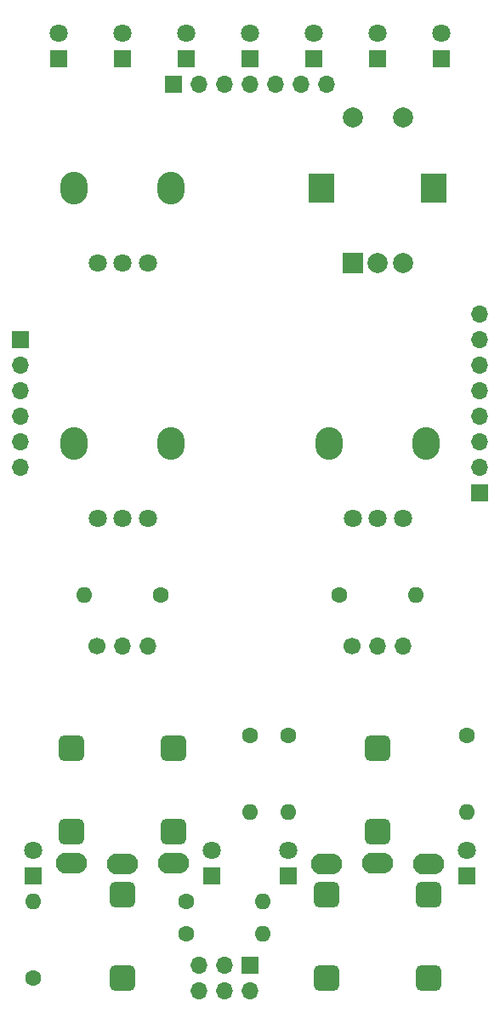
<source format=gbr>
%TF.GenerationSoftware,KiCad,Pcbnew,7.0.2*%
%TF.CreationDate,2023-04-23T21:02:48-07:00*%
%TF.ProjectId,rng_pcb_front,726e675f-7063-4625-9f66-726f6e742e6b,v2.0*%
%TF.SameCoordinates,Original*%
%TF.FileFunction,Soldermask,Top*%
%TF.FilePolarity,Negative*%
%FSLAX46Y46*%
G04 Gerber Fmt 4.6, Leading zero omitted, Abs format (unit mm)*
G04 Created by KiCad (PCBNEW 7.0.2) date 2023-04-23 21:02:48*
%MOMM*%
%LPD*%
G01*
G04 APERTURE LIST*
G04 Aperture macros list*
%AMRoundRect*
0 Rectangle with rounded corners*
0 $1 Rounding radius*
0 $2 $3 $4 $5 $6 $7 $8 $9 X,Y pos of 4 corners*
0 Add a 4 corners polygon primitive as box body*
4,1,4,$2,$3,$4,$5,$6,$7,$8,$9,$2,$3,0*
0 Add four circle primitives for the rounded corners*
1,1,$1+$1,$2,$3*
1,1,$1+$1,$4,$5*
1,1,$1+$1,$6,$7*
1,1,$1+$1,$8,$9*
0 Add four rect primitives between the rounded corners*
20,1,$1+$1,$2,$3,$4,$5,0*
20,1,$1+$1,$4,$5,$6,$7,0*
20,1,$1+$1,$6,$7,$8,$9,0*
20,1,$1+$1,$8,$9,$2,$3,0*%
G04 Aperture macros list end*
%ADD10R,1.800000X1.800000*%
%ADD11C,1.800000*%
%ADD12O,3.100000X2.100000*%
%ADD13RoundRect,0.650000X0.650000X0.650000X-0.650000X0.650000X-0.650000X-0.650000X0.650000X-0.650000X0*%
%ADD14O,2.720000X3.240000*%
%ADD15R,2.000000X2.000000*%
%ADD16C,2.000000*%
%ADD17R,2.500000X3.000000*%
%ADD18C,1.600000*%
%ADD19O,1.600000X1.600000*%
%ADD20RoundRect,0.650000X-0.650000X-0.650000X0.650000X-0.650000X0.650000X0.650000X-0.650000X0.650000X0*%
%ADD21C,1.700000*%
%ADD22O,1.700000X1.700000*%
%ADD23R,1.700000X1.700000*%
G04 APERTURE END LIST*
D10*
%TO.C,D1*%
X54610000Y-137160000D03*
D11*
X54610000Y-134620000D03*
%TD*%
D12*
%TO.C,J4*%
X38100000Y-135920000D03*
D13*
X38100000Y-139020000D03*
X38100000Y-147320000D03*
%TD*%
D11*
%TO.C,RV3*%
X61000000Y-101600000D03*
X63500000Y-101600000D03*
X66000000Y-101600000D03*
D14*
X58700000Y-94100000D03*
X68300000Y-94100000D03*
%TD*%
D10*
%TO.C,D4*%
X46990000Y-137160000D03*
D11*
X46990000Y-134620000D03*
%TD*%
D12*
%TO.C,J6*%
X68580000Y-135920000D03*
D13*
X68580000Y-139020000D03*
X68580000Y-147320000D03*
%TD*%
D15*
%TO.C,SW1*%
X61000000Y-76200000D03*
D16*
X66000000Y-76200000D03*
X63500000Y-76200000D03*
D17*
X57900000Y-68700000D03*
X69100000Y-68700000D03*
D16*
X61000000Y-61700000D03*
X66000000Y-61700000D03*
%TD*%
D18*
%TO.C,R1*%
X59690000Y-109220000D03*
D19*
X67310000Y-109220000D03*
%TD*%
D11*
%TO.C,RV1*%
X35600000Y-76200000D03*
X38100000Y-76200000D03*
X40600000Y-76200000D03*
D14*
X33300000Y-68700000D03*
X42900000Y-68700000D03*
%TD*%
D10*
%TO.C,D3*%
X29210000Y-137160000D03*
D11*
X29210000Y-134620000D03*
%TD*%
D10*
%TO.C,D10*%
X63500000Y-55880000D03*
D11*
X63500000Y-53340000D03*
%TD*%
D18*
%TO.C,R6*%
X72390000Y-123190000D03*
D19*
X72390000Y-130810000D03*
%TD*%
D18*
%TO.C,R8*%
X50800000Y-123190000D03*
D19*
X50800000Y-130810000D03*
%TD*%
D18*
%TO.C,R2*%
X41910000Y-109220000D03*
D19*
X34290000Y-109220000D03*
%TD*%
D10*
%TO.C,D6*%
X38100000Y-55880000D03*
D11*
X38100000Y-53340000D03*
%TD*%
D12*
%TO.C,J1*%
X33020000Y-135860000D03*
D20*
X33020000Y-132760000D03*
X33020000Y-124460000D03*
%TD*%
D11*
%TO.C,RV2*%
X35600000Y-101600000D03*
X38100000Y-101600000D03*
X40600000Y-101600000D03*
D14*
X33300000Y-94100000D03*
X42900000Y-94100000D03*
%TD*%
D10*
%TO.C,D5*%
X31750000Y-55880000D03*
D11*
X31750000Y-53340000D03*
%TD*%
D10*
%TO.C,D2*%
X72390000Y-137160000D03*
D11*
X72390000Y-134620000D03*
%TD*%
D18*
%TO.C,R4*%
X44450000Y-139700000D03*
D19*
X52070000Y-139700000D03*
%TD*%
D10*
%TO.C,D11*%
X69850000Y-55880000D03*
D11*
X69850000Y-53340000D03*
%TD*%
D18*
%TO.C,R3*%
X44450000Y-142875000D03*
D19*
X52070000Y-142875000D03*
%TD*%
D12*
%TO.C,J5*%
X58420000Y-135920000D03*
D13*
X58420000Y-139020000D03*
X58420000Y-147320000D03*
%TD*%
D10*
%TO.C,D8*%
X50800000Y-55880000D03*
D11*
X50800000Y-53340000D03*
%TD*%
D18*
%TO.C,R5*%
X54610000Y-123190000D03*
D19*
X54610000Y-130810000D03*
%TD*%
D12*
%TO.C,J3*%
X63500000Y-135860000D03*
D20*
X63500000Y-132760000D03*
X63500000Y-124460000D03*
%TD*%
D10*
%TO.C,D9*%
X57150000Y-55880000D03*
D11*
X57150000Y-53340000D03*
%TD*%
D21*
%TO.C,SW2*%
X35560000Y-114300000D03*
D22*
X38100000Y-114300000D03*
X40640000Y-114300000D03*
%TD*%
D10*
%TO.C,D7*%
X44450000Y-55880000D03*
D11*
X44450000Y-53340000D03*
%TD*%
D18*
%TO.C,R7*%
X29210000Y-147320000D03*
D19*
X29210000Y-139700000D03*
%TD*%
D12*
%TO.C,J2*%
X43180000Y-135860000D03*
D20*
X43180000Y-132760000D03*
X43180000Y-124460000D03*
%TD*%
D21*
%TO.C,SW3*%
X60960000Y-114300000D03*
D22*
X63500000Y-114300000D03*
X66040000Y-114300000D03*
%TD*%
D23*
%TO.C,J8*%
X50800000Y-146050000D03*
D22*
X50800000Y-148590000D03*
X48260000Y-146050000D03*
X48260000Y-148590000D03*
X45720000Y-146050000D03*
X45720000Y-148590000D03*
%TD*%
D23*
%TO.C,J7*%
X43180000Y-58420000D03*
D22*
X45720000Y-58420000D03*
X48260000Y-58420000D03*
X50800000Y-58420000D03*
X53340000Y-58420000D03*
X55880000Y-58420000D03*
X58420000Y-58420000D03*
%TD*%
D23*
%TO.C,J9*%
X27940000Y-83820000D03*
D22*
X27940000Y-86360000D03*
X27940000Y-88900000D03*
X27940000Y-91440000D03*
X27940000Y-93980000D03*
X27940000Y-96520000D03*
%TD*%
D23*
%TO.C,J10*%
X73660000Y-99060000D03*
D22*
X73660000Y-96520000D03*
X73660000Y-93980000D03*
X73660000Y-91440000D03*
X73660000Y-88900000D03*
X73660000Y-86360000D03*
X73660000Y-83820000D03*
X73660000Y-81280000D03*
%TD*%
M02*

</source>
